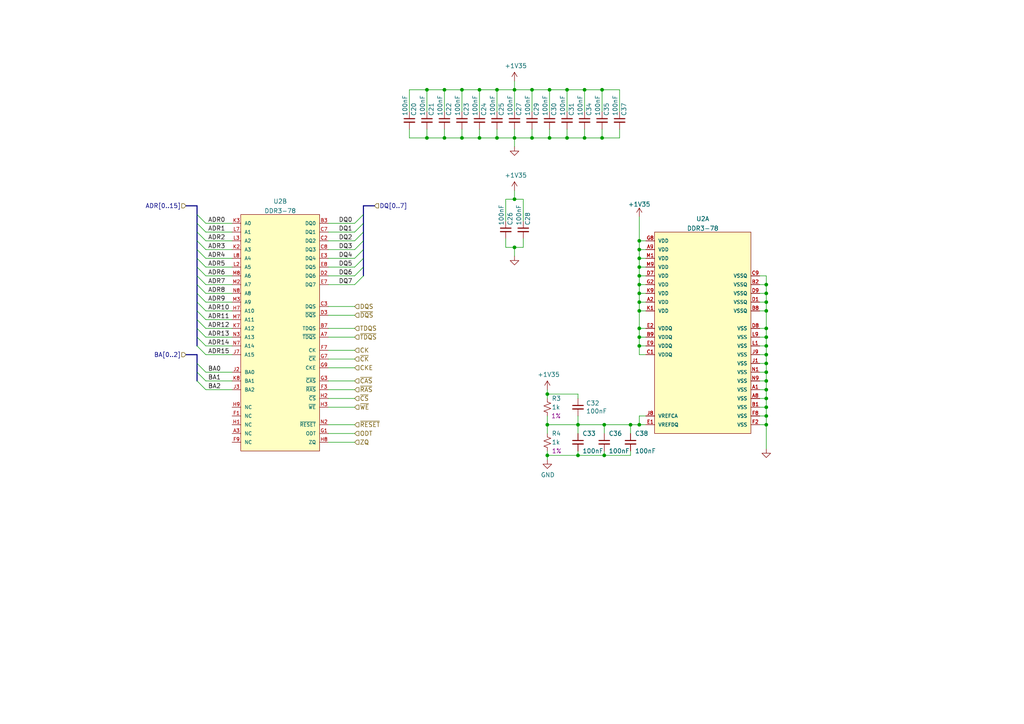
<source format=kicad_sch>
(kicad_sch (version 20211123) (generator eeschema)
  (paper "A4")
  (lib_symbols
    (symbol "DDR3-78_1" (pin_names (offset 1.016))
      (property "Reference" "U" (at 1.27 1.27 0))
      (property "Value" "DDR3-78_1" (at 1.27 3.81 0))
      (symbol "DDR3-78_1_1_1"
        (rectangle (start 0 0) (end 27.94 -58.42) (fill (type background)))
        (pin power_in line (at 30.48 -45.72 180) (length 2.54) (name "VSS") (number "A1"))
        (pin power_in line (at -2.54 -20.32 0) (length 2.54) (name "VDD") (number "A2"))
        (pin power_in line (at 30.48 -48.26 180) (length 2.54) (name "VSS") (number "A8"))
        (pin power_in line (at -2.54 -5.08 0) (length 2.54) (name "VDD") (number "A9"))
        (pin power_in line (at 30.48 -50.8 180) (length 2.54) (name "VSS") (number "B1"))
        (pin power_in line (at 30.48 -15.24 180) (length 2.54) (name "VSSQ") (number "B2"))
        (pin power_in line (at 30.48 -22.86 180) (length 2.54) (name "VSSQ") (number "B8"))
        (pin power_in line (at -2.54 -30.48 0) (length 2.54) (name "VDDQ") (number "B9"))
        (pin power_in line (at -2.54 -35.56 0) (length 2.54) (name "VDDQ") (number "C1"))
        (pin power_in line (at 30.48 -12.7 180) (length 2.54) (name "VSSQ") (number "C9"))
        (pin power_in line (at 30.48 -20.32 180) (length 2.54) (name "VSSQ") (number "D1"))
        (pin power_in line (at -2.54 -12.7 0) (length 2.54) (name "VDD") (number "D7"))
        (pin power_in line (at 30.48 -27.94 180) (length 2.54) (name "VSS") (number "D8"))
        (pin power_in line (at 30.48 -17.78 180) (length 2.54) (name "VSSQ") (number "D9"))
        (pin power_in line (at -2.54 -55.88 0) (length 2.54) (name "VREFDQ") (number "E1"))
        (pin power_in line (at -2.54 -27.94 0) (length 2.54) (name "VDDQ") (number "E2"))
        (pin power_in line (at -2.54 -33.02 0) (length 2.54) (name "VDDQ") (number "E9"))
        (pin power_in line (at 30.48 -55.88 180) (length 2.54) (name "VSS") (number "F2"))
        (pin power_in line (at 30.48 -53.34 180) (length 2.54) (name "VSS") (number "F8"))
        (pin power_in line (at -2.54 -15.24 0) (length 2.54) (name "VDD") (number "G2"))
        (pin power_in line (at -2.54 -2.54 0) (length 2.54) (name "VDD") (number "G8"))
        (pin power_in line (at 30.48 -38.1 180) (length 2.54) (name "VSS") (number "J1"))
        (pin power_in line (at -2.54 -53.34 0) (length 2.54) (name "VREFCA") (number "J8"))
        (pin power_in line (at 30.48 -35.56 180) (length 2.54) (name "VSS") (number "J9"))
        (pin power_in line (at -2.54 -22.86 0) (length 2.54) (name "VDD") (number "K1"))
        (pin power_in line (at -2.54 -17.78 0) (length 2.54) (name "VDD") (number "K9"))
        (pin power_in line (at 30.48 -33.02 180) (length 2.54) (name "VSS") (number "L1"))
        (pin power_in line (at 30.48 -30.48 180) (length 2.54) (name "VSS") (number "L9"))
        (pin power_in line (at -2.54 -7.62 0) (length 2.54) (name "VDD") (number "M1"))
        (pin power_in line (at -2.54 -10.16 0) (length 2.54) (name "VDD") (number "M9"))
        (pin power_in line (at 30.48 -40.64 180) (length 2.54) (name "VSS") (number "N1"))
        (pin power_in line (at 30.48 -43.18 180) (length 2.54) (name "VSS") (number "N9"))
      )
      (symbol "DDR3-78_1_2_1"
        (rectangle (start 0 0) (end 22.86 -68.58) (fill (type background)))
        (pin bidirectional line (at -2.54 -63.5 0) (length 2.54) (name "NC") (number "A3"))
        (pin bidirectional line (at 25.4 -35.56 180) (length 2.54) (name "~{TDQS}") (number "A7"))
        (pin bidirectional line (at 25.4 -2.54 180) (length 2.54) (name "DQ0") (number "B3"))
        (pin bidirectional line (at 25.4 -33.02 180) (length 2.54) (name "TDQS") (number "B7"))
        (pin bidirectional line (at 25.4 -7.62 180) (length 2.54) (name "DQ2") (number "C2"))
        (pin bidirectional line (at 25.4 -26.67 180) (length 2.54) (name "DQS") (number "C3"))
        (pin bidirectional line (at 25.4 -5.08 180) (length 2.54) (name "DQ1") (number "C7"))
        (pin bidirectional line (at 25.4 -10.16 180) (length 2.54) (name "DQ3") (number "C8"))
        (pin bidirectional line (at 25.4 -17.78 180) (length 2.54) (name "DQ6") (number "D2"))
        (pin bidirectional line (at 25.4 -29.21 180) (length 2.54) (name "~{DQS}") (number "D3"))
        (pin bidirectional line (at 25.4 -12.7 180) (length 2.54) (name "DQ4") (number "E3"))
        (pin bidirectional line (at 25.4 -20.32 180) (length 2.54) (name "DQ7") (number "E7"))
        (pin bidirectional line (at 25.4 -15.24 180) (length 2.54) (name "DQ5") (number "E8"))
        (pin power_in line (at -2.54 -58.42 0) (length 2.54) (name "NC") (number "F1"))
        (pin input line (at 25.4 -50.8 180) (length 2.54) (name "~{RAS}") (number "F3"))
        (pin input line (at 25.4 -39.37 180) (length 2.54) (name "CK") (number "F7"))
        (pin power_in line (at -2.54 -66.04 0) (length 2.54) (name "NC") (number "F9"))
        (pin input line (at 25.4 -63.5 180) (length 2.54) (name "ODT") (number "G1"))
        (pin input line (at 25.4 -48.26 180) (length 2.54) (name "~{CAS}") (number "G3"))
        (pin input line (at 25.4 -41.91 180) (length 2.54) (name "~{CK}") (number "G7"))
        (pin input line (at 25.4 -44.45 180) (length 2.54) (name "CKE") (number "G9"))
        (pin power_in line (at -2.54 -60.96 0) (length 2.54) (name "NC") (number "H1"))
        (pin input line (at 25.4 -53.34 180) (length 2.54) (name "~{CS}") (number "H2"))
        (pin input line (at 25.4 -55.88 180) (length 2.54) (name "~{WE}") (number "H3"))
        (pin input line (at -2.54 -27.94 0) (length 2.54) (name "A10") (number "H7"))
        (pin input line (at 25.4 -66.04 180) (length 2.54) (name "ZQ") (number "H8"))
        (pin power_in line (at -2.54 -55.88 0) (length 2.54) (name "NC") (number "H9"))
        (pin input line (at -2.54 -45.72 0) (length 2.54) (name "BA0") (number "J2"))
        (pin input line (at -2.54 -50.8 0) (length 2.54) (name "BA2") (number "J3"))
        (pin input line (at -2.54 -40.64 0) (length 2.54) (name "A15") (number "J7"))
        (pin input line (at -2.54 -10.16 0) (length 2.54) (name "A3") (number "K2"))
        (pin input line (at -2.54 -2.54 0) (length 2.54) (name "A0") (number "K3"))
        (pin input line (at -2.54 -33.02 0) (length 2.54) (name "A12") (number "K7"))
        (pin input line (at -2.54 -48.26 0) (length 2.54) (name "BA1") (number "K8"))
        (pin input line (at -2.54 -15.24 0) (length 2.54) (name "A5") (number "L2"))
        (pin input line (at -2.54 -7.62 0) (length 2.54) (name "A2") (number "L3"))
        (pin input line (at -2.54 -5.08 0) (length 2.54) (name "A1") (number "L7"))
        (pin input line (at -2.54 -12.7 0) (length 2.54) (name "A4") (number "L8"))
        (pin input line (at -2.54 -20.32 0) (length 2.54) (name "A7") (number "M2"))
        (pin input line (at -2.54 -25.4 0) (length 2.54) (name "A9") (number "M3"))
        (pin input line (at -2.54 -30.48 0) (length 2.54) (name "A11") (number "M7"))
        (pin input line (at -2.54 -17.78 0) (length 2.54) (name "A6") (number "M8"))
        (pin input line (at 25.4 -60.96 180) (length 2.54) (name "~{RESET}") (number "N2"))
        (pin input line (at -2.54 -35.56 0) (length 2.54) (name "A13") (number "N3"))
        (pin input line (at -2.54 -38.1 0) (length 2.54) (name "A14") (number "N7"))
        (pin input line (at -2.54 -22.86 0) (length 2.54) (name "A8") (number "N8"))
      )
    )
    (symbol "Device:C_Small" (pin_numbers hide) (pin_names (offset 0.254) hide)
      (property "Reference" "C" (at 0.254 1.778 0))
      (property "Value" "C_Small" (at 0.254 -2.032 0))
      (symbol "C_Small_0_1"
        (polyline (pts (xy -1.524 -0.508) (xy 1.524 -0.508)) (stroke (width 0.3302)))
        (polyline (pts (xy -1.524 0.508) (xy 1.524 0.508)) (stroke (width 0.3048)))
      )
      (symbol "C_Small_1_1"
        (pin passive line (at 0 2.54 270) (length 2.032) (name "~") (number "1"))
        (pin passive line (at 0 -2.54 90) (length 2.032) (name "~") (number "2"))
      )
    )
    (symbol "Device:R_Small_US" (pin_numbers hide) (pin_names (offset 0.254) hide)
      (property "Reference" "R" (at 0.762 0.508 0))
      (property "Value" "R_Small_US" (at 0.762 -1.016 0))
      (symbol "R_Small_US_1_1"
        (polyline (pts (xy 0 0) (xy 1.016 -0.381) (xy 0 -0.762) (xy -1.016 -1.143) (xy 0 -1.524)))
        (polyline (pts (xy 0 1.524) (xy 1.016 1.143) (xy 0 0.762) (xy -1.016 0.381) (xy 0 0)))
        (pin passive line (at 0 2.54 270) (length 1.016) (name "~") (number "1"))
        (pin passive line (at 0 -2.54 90) (length 1.016) (name "~") (number "2"))
      )
    )
    (symbol "ddr3:DDR3-78" (pin_names (offset 1.016))
      (property "Reference" "U" (at 1.27 1.27 0))
      (property "Value" "DDR3-78" (at 1.27 3.81 0))
      (symbol "DDR3-78_1_1"
        (rectangle (start 0 0) (end 27.94 -58.42) (fill (type background)))
        (pin power_in line (at 30.48 -45.72 180) (length 2.54) (name "VSS") (number "A1"))
        (pin power_in line (at -2.54 -20.32 0) (length 2.54) (name "VDD") (number "A2"))
        (pin power_in line (at 30.48 -48.26 180) (length 2.54) (name "VSS") (number "A8"))
        (pin power_in line (at -2.54 -5.08 0) (length 2.54) (name "VDD") (number "A9"))
        (pin power_in line (at 30.48 -50.8 180) (length 2.54) (name "VSS") (number "B1"))
        (pin power_in line (at 30.48 -15.24 180) (length 2.54) (name "VSSQ") (number "B2"))
        (pin power_in line (at 30.48 -22.86 180) (length 2.54) (name "VSSQ") (number "B8"))
        (pin power_in line (at -2.54 -30.48 0) (length 2.54) (name "VDDQ") (number "B9"))
        (pin power_in line (at -2.54 -35.56 0) (length 2.54) (name "VDDQ") (number "C1"))
        (pin power_in line (at 30.48 -12.7 180) (length 2.54) (name "VSSQ") (number "C9"))
        (pin power_in line (at 30.48 -20.32 180) (length 2.54) (name "VSSQ") (number "D1"))
        (pin power_in line (at -2.54 -12.7 0) (length 2.54) (name "VDD") (number "D7"))
        (pin power_in line (at 30.48 -27.94 180) (length 2.54) (name "VSS") (number "D8"))
        (pin power_in line (at 30.48 -17.78 180) (length 2.54) (name "VSSQ") (number "D9"))
        (pin power_in line (at -2.54 -55.88 0) (length 2.54) (name "VREFDQ") (number "E1"))
        (pin power_in line (at -2.54 -27.94 0) (length 2.54) (name "VDDQ") (number "E2"))
        (pin power_in line (at -2.54 -33.02 0) (length 2.54) (name "VDDQ") (number "E9"))
        (pin power_in line (at 30.48 -55.88 180) (length 2.54) (name "VSS") (number "F2"))
        (pin power_in line (at 30.48 -53.34 180) (length 2.54) (name "VSS") (number "F8"))
        (pin power_in line (at -2.54 -15.24 0) (length 2.54) (name "VDD") (number "G2"))
        (pin power_in line (at -2.54 -2.54 0) (length 2.54) (name "VDD") (number "G8"))
        (pin power_in line (at 30.48 -38.1 180) (length 2.54) (name "VSS") (number "J1"))
        (pin power_in line (at -2.54 -53.34 0) (length 2.54) (name "VREFCA") (number "J8"))
        (pin power_in line (at 30.48 -35.56 180) (length 2.54) (name "VSS") (number "J9"))
        (pin power_in line (at -2.54 -22.86 0) (length 2.54) (name "VDD") (number "K1"))
        (pin power_in line (at -2.54 -17.78 0) (length 2.54) (name "VDD") (number "K9"))
        (pin power_in line (at 30.48 -33.02 180) (length 2.54) (name "VSS") (number "L1"))
        (pin power_in line (at 30.48 -30.48 180) (length 2.54) (name "VSS") (number "L9"))
        (pin power_in line (at -2.54 -7.62 0) (length 2.54) (name "VDD") (number "M1"))
        (pin power_in line (at -2.54 -10.16 0) (length 2.54) (name "VDD") (number "M9"))
        (pin power_in line (at 30.48 -40.64 180) (length 2.54) (name "VSS") (number "N1"))
        (pin power_in line (at 30.48 -43.18 180) (length 2.54) (name "VSS") (number "N9"))
      )
      (symbol "DDR3-78_2_1"
        (rectangle (start 0 0) (end 22.86 -68.58) (fill (type background)))
        (pin bidirectional line (at -2.54 -63.5 0) (length 2.54) (name "NC") (number "A3"))
        (pin bidirectional line (at 25.4 -35.56 180) (length 2.54) (name "~{TDQS}") (number "A7"))
        (pin bidirectional line (at 25.4 -2.54 180) (length 2.54) (name "DQ0") (number "B3"))
        (pin bidirectional line (at 25.4 -33.02 180) (length 2.54) (name "TDQS") (number "B7"))
        (pin bidirectional line (at 25.4 -7.62 180) (length 2.54) (name "DQ2") (number "C2"))
        (pin bidirectional line (at 25.4 -26.67 180) (length 2.54) (name "DQS") (number "C3"))
        (pin bidirectional line (at 25.4 -5.08 180) (length 2.54) (name "DQ1") (number "C7"))
        (pin bidirectional line (at 25.4 -10.16 180) (length 2.54) (name "DQ3") (number "C8"))
        (pin bidirectional line (at 25.4 -17.78 180) (length 2.54) (name "DQ6") (number "D2"))
        (pin bidirectional line (at 25.4 -29.21 180) (length 2.54) (name "~{DQS}") (number "D3"))
        (pin bidirectional line (at 25.4 -12.7 180) (length 2.54) (name "DQ4") (number "E3"))
        (pin bidirectional line (at 25.4 -20.32 180) (length 2.54) (name "DQ7") (number "E7"))
        (pin bidirectional line (at 25.4 -15.24 180) (length 2.54) (name "DQ5") (number "E8"))
        (pin power_in line (at -2.54 -58.42 0) (length 2.54) (name "NC") (number "F1"))
        (pin input line (at 25.4 -50.8 180) (length 2.54) (name "~{RAS}") (number "F3"))
        (pin input line (at 25.4 -39.37 180) (length 2.54) (name "CK") (number "F7"))
        (pin power_in line (at -2.54 -66.04 0) (length 2.54) (name "NC") (number "F9"))
        (pin input line (at 25.4 -63.5 180) (length 2.54) (name "ODT") (number "G1"))
        (pin input line (at 25.4 -48.26 180) (length 2.54) (name "~{CAS}") (number "G3"))
        (pin input line (at 25.4 -41.91 180) (length 2.54) (name "~{CK}") (number "G7"))
        (pin input line (at 25.4 -44.45 180) (length 2.54) (name "CKE") (number "G9"))
        (pin power_in line (at -2.54 -60.96 0) (length 2.54) (name "NC") (number "H1"))
        (pin input line (at 25.4 -53.34 180) (length 2.54) (name "~{CS}") (number "H2"))
        (pin input line (at 25.4 -55.88 180) (length 2.54) (name "~{WE}") (number "H3"))
        (pin input line (at -2.54 -27.94 0) (length 2.54) (name "A10") (number "H7"))
        (pin input line (at 25.4 -66.04 180) (length 2.54) (name "ZQ") (number "H8"))
        (pin power_in line (at -2.54 -55.88 0) (length 2.54) (name "NC") (number "H9"))
        (pin input line (at -2.54 -45.72 0) (length 2.54) (name "BA0") (number "J2"))
        (pin input line (at -2.54 -50.8 0) (length 2.54) (name "BA2") (number "J3"))
        (pin input line (at -2.54 -40.64 0) (length 2.54) (name "A15") (number "J7"))
        (pin input line (at -2.54 -10.16 0) (length 2.54) (name "A3") (number "K2"))
        (pin input line (at -2.54 -2.54 0) (length 2.54) (name "A0") (number "K3"))
        (pin input line (at -2.54 -33.02 0) (length 2.54) (name "A12") (number "K7"))
        (pin input line (at -2.54 -48.26 0) (length 2.54) (name "BA1") (number "K8"))
        (pin input line (at -2.54 -15.24 0) (length 2.54) (name "A5") (number "L2"))
        (pin input line (at -2.54 -7.62 0) (length 2.54) (name "A2") (number "L3"))
        (pin input line (at -2.54 -5.08 0) (length 2.54) (name "A1") (number "L7"))
        (pin input line (at -2.54 -12.7 0) (length 2.54) (name "A4") (number "L8"))
        (pin input line (at -2.54 -20.32 0) (length 2.54) (name "A7") (number "M2"))
        (pin input line (at -2.54 -25.4 0) (length 2.54) (name "A9") (number "M3"))
        (pin input line (at -2.54 -30.48 0) (length 2.54) (name "A11") (number "M7"))
        (pin input line (at -2.54 -17.78 0) (length 2.54) (name "A6") (number "M8"))
        (pin input line (at 25.4 -60.96 180) (length 2.54) (name "~{RESET}") (number "N2"))
        (pin input line (at -2.54 -35.56 0) (length 2.54) (name "A13") (number "N3"))
        (pin input line (at -2.54 -38.1 0) (length 2.54) (name "A14") (number "N7"))
        (pin input line (at -2.54 -22.86 0) (length 2.54) (name "A8") (number "N8"))
      )
    )
    (symbol "power:+1V35" (power) (pin_names (offset 0))
      (property "Value" "+1V35" (at 0 3.556 0))
      (symbol "+1V35_0_1"
        (polyline (pts (xy -0.762 1.27) (xy 0 2.54)))
        (polyline (pts (xy 0 0) (xy 0 2.54)))
        (polyline (pts (xy 0 2.54) (xy 0.762 1.27)))
      )
      (symbol "+1V35_1_1"
        (pin power_in line (at 0 0 90) (length 0) hide (name "+1V35") (number "1"))
      )
    )
    (symbol "power:GND" (power) (pin_names (offset 0))
      (property "Value" "GND" (at 0 -3.81 0))
      (symbol "GND_0_1"
        (polyline (pts (xy 0 0) (xy 0 -1.27) (xy 1.27 -1.27) (xy 0 -2.54) (xy -1.27 -1.27) (xy 0 -1.27)))
      )
      (symbol "GND_1_1"
        (pin power_in line (at 0 0 270) (length 0) hide (name "GND") (number "1"))
      )
    )
  )
  (junction (at 149.225 40.005))
  (junction (at 133.985 26.035))
  (junction (at 123.825 26.035))
  (junction (at 149.225 71.755))
  (junction (at 222.25 123.19))
  (junction (at 185.42 80.01))
  (junction (at 182.88 123.19))
  (junction (at 222.25 113.03))
  (junction (at 185.42 90.17))
  (junction (at 222.25 107.95))
  (junction (at 175.26 123.19))
  (junction (at 222.25 90.17))
  (junction (at 167.64 123.19))
  (junction (at 185.42 87.63))
  (junction (at 222.25 97.79))
  (junction (at 139.065 40.005))
  (junction (at 154.305 26.035))
  (junction (at 158.75 123.19))
  (junction (at 175.26 132.08))
  (junction (at 174.625 26.035))
  (junction (at 158.75 114.3))
  (junction (at 222.25 118.11))
  (junction (at 185.42 74.93))
  (junction (at 169.545 40.005))
  (junction (at 128.905 26.035))
  (junction (at 222.25 87.63))
  (junction (at 222.25 120.65))
  (junction (at 133.985 40.005))
  (junction (at 164.465 26.035))
  (junction (at 185.42 85.09))
  (junction (at 159.385 26.035))
  (junction (at 222.25 85.09))
  (junction (at 185.42 97.79))
  (junction (at 164.465 40.005))
  (junction (at 149.225 57.785))
  (junction (at 123.825 40.005))
  (junction (at 222.25 105.41))
  (junction (at 222.25 100.33))
  (junction (at 185.42 123.19))
  (junction (at 158.75 132.08))
  (junction (at 159.385 40.005))
  (junction (at 222.25 102.87))
  (junction (at 222.25 82.55))
  (junction (at 144.145 40.005))
  (junction (at 185.42 69.85))
  (junction (at 139.065 26.035))
  (junction (at 167.64 132.08))
  (junction (at 185.42 72.39))
  (junction (at 185.42 82.55))
  (junction (at 185.42 95.25))
  (junction (at 154.305 40.005))
  (junction (at 222.25 95.25))
  (junction (at 174.625 40.005))
  (junction (at 169.545 26.035))
  (junction (at 128.905 40.005))
  (junction (at 144.145 26.035))
  (junction (at 185.42 100.33))
  (junction (at 185.42 77.47))
  (junction (at 149.225 26.035))
  (junction (at 222.25 110.49))
  (junction (at 222.25 115.57))
  (bus_entry (at 105.41 74.93) (size -2.54 2.54))
  (bus_entry (at 105.41 80.01) (size -2.54 2.54))
  (bus_entry (at 57.15 97.79) (size 2.54 2.54))
  (bus_entry (at 57.15 92.71) (size 2.54 2.54))
  (bus_entry (at 57.15 107.95) (size 2.54 2.54))
  (bus_entry (at 57.15 90.17) (size 2.54 2.54))
  (bus_entry (at 105.41 77.47) (size -2.54 2.54))
  (bus_entry (at 57.15 87.63) (size 2.54 2.54))
  (bus_entry (at 57.15 85.09) (size 2.54 2.54))
  (bus_entry (at 57.15 100.33) (size 2.54 2.54))
  (bus_entry (at 57.15 105.41) (size 2.54 2.54))
  (bus_entry (at 105.41 69.85) (size -2.54 2.54))
  (bus_entry (at 57.15 95.25) (size 2.54 2.54))
  (bus_entry (at 57.15 64.77) (size 2.54 2.54))
  (bus_entry (at 57.15 77.47) (size 2.54 2.54))
  (bus_entry (at 57.15 69.85) (size 2.54 2.54))
  (bus_entry (at 57.15 82.55) (size 2.54 2.54))
  (bus_entry (at 57.15 67.31) (size 2.54 2.54))
  (bus_entry (at 105.41 64.77) (size -2.54 2.54))
  (bus_entry (at 105.41 62.23) (size -2.54 2.54))
  (bus_entry (at 105.41 67.31) (size -2.54 2.54))
  (bus_entry (at 57.15 74.93) (size 2.54 2.54))
  (bus_entry (at 57.15 110.49) (size 2.54 2.54))
  (bus_entry (at 105.41 72.39) (size -2.54 2.54))
  (bus_entry (at 57.15 80.01) (size 2.54 2.54))
  (bus_entry (at 57.15 72.39) (size 2.54 2.54))
  (bus_entry (at 57.15 62.23) (size 2.54 2.54))
  (wire (pts (xy 118.745 26.035) (xy 123.825 26.035)))
  (wire (pts (xy 159.385 40.005) (xy 154.305 40.005)))
  (wire (pts (xy 123.825 26.035) (xy 128.905 26.035)))
  (wire (pts (xy 95.25 101.6) (xy 102.87 101.6)))
  (wire (pts (xy 164.465 37.465) (xy 164.465 40.005)))
  (wire (pts (xy 139.065 40.005) (xy 144.145 40.005)))
  (wire (pts (xy 185.42 120.65) (xy 187.325 120.65)))
  (wire (pts (xy 59.69 72.39) (xy 67.31 72.39)))
  (wire (pts (xy 95.25 88.9) (xy 102.87 88.9)))
  (wire (pts (xy 185.42 74.93) (xy 185.42 77.47)))
  (wire (pts (xy 59.69 90.17) (xy 67.31 90.17)))
  (wire (pts (xy 95.25 110.49) (xy 102.87 110.49)))
  (wire (pts (xy 175.26 130.81) (xy 175.26 132.08)))
  (wire (pts (xy 149.225 26.035) (xy 149.225 32.385)))
  (wire (pts (xy 59.69 87.63) (xy 67.31 87.63)))
  (wire (pts (xy 95.25 104.14) (xy 102.87 104.14)))
  (bus (pts (xy 57.15 80.01) (xy 57.15 82.55)))
  (wire (pts (xy 222.25 90.17) (xy 220.345 90.17)))
  (wire (pts (xy 222.25 105.41) (xy 220.345 105.41)))
  (wire (pts (xy 59.69 69.85) (xy 67.31 69.85)))
  (wire (pts (xy 151.765 64.135) (xy 151.765 57.785)))
  (wire (pts (xy 222.25 123.19) (xy 220.345 123.19)))
  (bus (pts (xy 57.15 82.55) (xy 57.15 85.09)))
  (wire (pts (xy 95.25 106.68) (xy 102.87 106.68)))
  (wire (pts (xy 185.42 77.47) (xy 185.42 80.01)))
  (wire (pts (xy 222.25 100.33) (xy 220.345 100.33)))
  (bus (pts (xy 105.41 62.23) (xy 105.41 64.77)))
  (wire (pts (xy 158.75 114.3) (xy 158.75 113.03)))
  (wire (pts (xy 118.745 37.465) (xy 118.745 40.005)))
  (wire (pts (xy 222.25 107.95) (xy 220.345 107.95)))
  (wire (pts (xy 167.64 123.19) (xy 158.75 123.19)))
  (wire (pts (xy 102.87 77.47) (xy 95.25 77.47)))
  (wire (pts (xy 149.225 57.785) (xy 151.765 57.785)))
  (wire (pts (xy 222.25 120.65) (xy 220.345 120.65)))
  (wire (pts (xy 222.25 80.01) (xy 222.25 82.55)))
  (wire (pts (xy 149.225 57.785) (xy 149.225 55.245)))
  (wire (pts (xy 222.25 115.57) (xy 220.345 115.57)))
  (bus (pts (xy 57.15 77.47) (xy 57.15 80.01)))
  (wire (pts (xy 185.42 90.17) (xy 187.325 90.17)))
  (wire (pts (xy 222.25 82.55) (xy 222.25 85.09)))
  (wire (pts (xy 95.25 91.44) (xy 102.87 91.44)))
  (wire (pts (xy 185.42 74.93) (xy 187.325 74.93)))
  (bus (pts (xy 57.15 62.23) (xy 57.15 64.77)))
  (wire (pts (xy 159.385 26.035) (xy 164.465 26.035)))
  (wire (pts (xy 158.75 130.81) (xy 158.75 132.08)))
  (wire (pts (xy 222.25 113.03) (xy 222.25 110.49)))
  (bus (pts (xy 57.15 85.09) (xy 57.15 87.63)))
  (wire (pts (xy 182.88 123.19) (xy 185.42 123.19)))
  (wire (pts (xy 185.42 102.87) (xy 187.325 102.87)))
  (wire (pts (xy 102.87 69.85) (xy 95.25 69.85)))
  (bus (pts (xy 57.15 97.79) (xy 57.15 100.33)))
  (bus (pts (xy 57.15 102.87) (xy 57.15 105.41)))
  (wire (pts (xy 59.69 107.95) (xy 67.31 107.95)))
  (wire (pts (xy 174.625 32.385) (xy 174.625 26.035)))
  (wire (pts (xy 95.25 97.79) (xy 102.87 97.79)))
  (wire (pts (xy 59.69 100.33) (xy 67.31 100.33)))
  (wire (pts (xy 185.42 72.39) (xy 185.42 74.93)))
  (wire (pts (xy 185.42 97.79) (xy 187.325 97.79)))
  (wire (pts (xy 59.69 67.31) (xy 67.31 67.31)))
  (wire (pts (xy 174.625 37.465) (xy 174.625 40.005)))
  (wire (pts (xy 185.42 69.85) (xy 187.325 69.85)))
  (wire (pts (xy 164.465 32.385) (xy 164.465 26.035)))
  (wire (pts (xy 185.42 100.33) (xy 185.42 102.87)))
  (wire (pts (xy 167.64 130.81) (xy 167.64 132.08)))
  (wire (pts (xy 222.25 102.87) (xy 220.345 102.87)))
  (wire (pts (xy 185.42 95.25) (xy 185.42 97.79)))
  (wire (pts (xy 185.42 80.01) (xy 185.42 82.55)))
  (wire (pts (xy 154.305 40.005) (xy 149.225 40.005)))
  (wire (pts (xy 159.385 32.385) (xy 159.385 26.035)))
  (wire (pts (xy 128.905 32.385) (xy 128.905 26.035)))
  (wire (pts (xy 222.25 97.79) (xy 220.345 97.79)))
  (wire (pts (xy 59.69 64.77) (xy 67.31 64.77)))
  (wire (pts (xy 169.545 40.005) (xy 164.465 40.005)))
  (bus (pts (xy 57.15 95.25) (xy 57.15 97.79)))
  (wire (pts (xy 222.25 118.11) (xy 220.345 118.11)))
  (wire (pts (xy 95.25 115.57) (xy 102.87 115.57)))
  (wire (pts (xy 185.42 85.09) (xy 185.42 87.63)))
  (wire (pts (xy 185.42 69.85) (xy 185.42 72.39)))
  (wire (pts (xy 185.42 123.19) (xy 187.325 123.19)))
  (wire (pts (xy 174.625 40.005) (xy 169.545 40.005)))
  (wire (pts (xy 185.42 85.09) (xy 187.325 85.09)))
  (wire (pts (xy 182.88 125.73) (xy 182.88 123.19)))
  (wire (pts (xy 185.42 82.55) (xy 187.325 82.55)))
  (wire (pts (xy 185.42 82.55) (xy 185.42 85.09)))
  (wire (pts (xy 222.25 123.19) (xy 222.25 120.65)))
  (bus (pts (xy 57.15 67.31) (xy 57.15 69.85)))
  (wire (pts (xy 95.25 123.19) (xy 102.87 123.19)))
  (wire (pts (xy 59.69 92.71) (xy 67.31 92.71)))
  (wire (pts (xy 154.305 37.465) (xy 154.305 40.005)))
  (wire (pts (xy 149.225 26.035) (xy 149.225 23.495)))
  (wire (pts (xy 175.26 132.08) (xy 167.64 132.08)))
  (wire (pts (xy 174.625 26.035) (xy 179.705 26.035)))
  (wire (pts (xy 179.705 40.005) (xy 174.625 40.005)))
  (wire (pts (xy 133.985 26.035) (xy 139.065 26.035)))
  (bus (pts (xy 105.41 77.47) (xy 105.41 80.01)))
  (wire (pts (xy 169.545 37.465) (xy 169.545 40.005)))
  (bus (pts (xy 57.15 92.71) (xy 57.15 95.25)))
  (wire (pts (xy 59.69 74.93) (xy 67.31 74.93)))
  (bus (pts (xy 105.41 72.39) (xy 105.41 74.93)))
  (wire (pts (xy 220.345 80.01) (xy 222.25 80.01)))
  (wire (pts (xy 154.305 26.035) (xy 159.385 26.035)))
  (bus (pts (xy 57.15 90.17) (xy 57.15 92.71)))
  (wire (pts (xy 59.69 80.01) (xy 67.31 80.01)))
  (wire (pts (xy 222.25 90.17) (xy 222.25 95.25)))
  (wire (pts (xy 169.545 26.035) (xy 174.625 26.035)))
  (wire (pts (xy 220.345 87.63) (xy 222.25 87.63)))
  (wire (pts (xy 118.745 40.005) (xy 123.825 40.005)))
  (wire (pts (xy 222.25 97.79) (xy 222.25 95.25)))
  (wire (pts (xy 164.465 40.005) (xy 159.385 40.005)))
  (wire (pts (xy 102.87 72.39) (xy 95.25 72.39)))
  (wire (pts (xy 222.25 105.41) (xy 222.25 102.87)))
  (wire (pts (xy 185.42 87.63) (xy 185.42 90.17)))
  (bus (pts (xy 57.15 87.63) (xy 57.15 90.17)))
  (wire (pts (xy 222.25 115.57) (xy 222.25 113.03)))
  (bus (pts (xy 57.15 69.85) (xy 57.15 72.39)))
  (wire (pts (xy 158.75 115.57) (xy 158.75 114.3)))
  (wire (pts (xy 102.87 80.01) (xy 95.25 80.01)))
  (bus (pts (xy 57.15 64.77) (xy 57.15 67.31)))
  (wire (pts (xy 149.225 42.545) (xy 149.225 40.005)))
  (wire (pts (xy 59.69 110.49) (xy 67.31 110.49)))
  (wire (pts (xy 185.42 87.63) (xy 187.325 87.63)))
  (wire (pts (xy 118.745 32.385) (xy 118.745 26.035)))
  (wire (pts (xy 139.065 32.385) (xy 139.065 26.035)))
  (wire (pts (xy 59.69 113.03) (xy 67.31 113.03)))
  (wire (pts (xy 158.75 123.19) (xy 158.75 120.65)))
  (wire (pts (xy 102.87 82.55) (xy 95.25 82.55)))
  (bus (pts (xy 105.41 74.93) (xy 105.41 77.47)))
  (wire (pts (xy 182.88 132.08) (xy 175.26 132.08)))
  (bus (pts (xy 57.15 72.39) (xy 57.15 74.93)))
  (wire (pts (xy 146.685 64.135) (xy 146.685 57.785)))
  (wire (pts (xy 185.42 95.25) (xy 187.325 95.25)))
  (wire (pts (xy 154.305 32.385) (xy 154.305 26.035)))
  (wire (pts (xy 149.225 40.005) (xy 149.225 37.465)))
  (bus (pts (xy 108.585 59.69) (xy 105.41 59.69)))
  (wire (pts (xy 144.145 26.035) (xy 149.225 26.035)))
  (wire (pts (xy 59.69 77.47) (xy 67.31 77.47)))
  (wire (pts (xy 146.685 69.215) (xy 146.685 71.755)))
  (wire (pts (xy 222.25 90.17) (xy 222.25 87.63)))
  (wire (pts (xy 102.87 74.93) (xy 95.25 74.93)))
  (wire (pts (xy 179.705 40.005) (xy 179.705 37.465)))
  (wire (pts (xy 144.145 40.005) (xy 149.225 40.005)))
  (wire (pts (xy 159.385 37.465) (xy 159.385 40.005)))
  (wire (pts (xy 128.905 26.035) (xy 133.985 26.035)))
  (wire (pts (xy 128.905 40.005) (xy 133.985 40.005)))
  (wire (pts (xy 167.64 123.19) (xy 167.64 125.73)))
  (wire (pts (xy 149.225 71.755) (xy 151.765 71.755)))
  (wire (pts (xy 123.825 32.385) (xy 123.825 26.035)))
  (wire (pts (xy 146.685 71.755) (xy 149.225 71.755)))
  (wire (pts (xy 222.25 130.175) (xy 222.25 123.19)))
  (wire (pts (xy 164.465 26.035) (xy 169.545 26.035)))
  (wire (pts (xy 133.985 37.465) (xy 133.985 40.005)))
  (wire (pts (xy 167.64 132.08) (xy 158.75 132.08)))
  (wire (pts (xy 123.825 40.005) (xy 128.905 40.005)))
  (wire (pts (xy 222.25 95.25) (xy 220.345 95.25)))
  (bus (pts (xy 105.41 64.77) (xy 105.41 67.31)))
  (wire (pts (xy 95.25 118.11) (xy 102.87 118.11)))
  (wire (pts (xy 102.87 67.31) (xy 95.25 67.31)))
  (wire (pts (xy 185.42 100.33) (xy 187.325 100.33)))
  (wire (pts (xy 169.545 32.385) (xy 169.545 26.035)))
  (wire (pts (xy 220.345 85.09) (xy 222.25 85.09)))
  (wire (pts (xy 151.765 69.215) (xy 151.765 71.755)))
  (wire (pts (xy 128.905 37.465) (xy 128.905 40.005)))
  (wire (pts (xy 167.64 115.57) (xy 167.64 114.3)))
  (wire (pts (xy 222.25 85.09) (xy 222.25 87.63)))
  (wire (pts (xy 59.69 97.79) (xy 67.31 97.79)))
  (wire (pts (xy 222.25 113.03) (xy 220.345 113.03)))
  (wire (pts (xy 59.69 85.09) (xy 67.31 85.09)))
  (wire (pts (xy 144.145 32.385) (xy 144.145 26.035)))
  (wire (pts (xy 222.25 102.87) (xy 222.25 100.33)))
  (wire (pts (xy 95.25 113.03) (xy 102.87 113.03)))
  (bus (pts (xy 57.15 107.95) (xy 57.15 110.49)))
  (wire (pts (xy 222.25 120.65) (xy 222.25 118.11)))
  (wire (pts (xy 222.25 107.95) (xy 222.25 105.41)))
  (bus (pts (xy 53.975 102.87) (xy 57.15 102.87)))
  (wire (pts (xy 179.705 26.035) (xy 179.705 32.385)))
  (wire (pts (xy 149.225 26.035) (xy 154.305 26.035)))
  (wire (pts (xy 146.685 57.785) (xy 149.225 57.785)))
  (wire (pts (xy 175.26 123.19) (xy 182.88 123.19)))
  (bus (pts (xy 105.41 59.69) (xy 105.41 62.23)))
  (bus (pts (xy 53.975 59.69) (xy 57.15 59.69)))
  (wire (pts (xy 220.345 82.55) (xy 222.25 82.55)))
  (wire (pts (xy 59.69 82.55) (xy 67.31 82.55)))
  (wire (pts (xy 185.42 97.79) (xy 185.42 100.33)))
  (wire (pts (xy 95.25 125.73) (xy 102.87 125.73)))
  (wire (pts (xy 167.64 123.19) (xy 175.26 123.19)))
  (wire (pts (xy 167.64 114.3) (xy 158.75 114.3)))
  (wire (pts (xy 95.25 128.27) (xy 102.87 128.27)))
  (wire (pts (xy 185.42 120.65) (xy 185.42 123.19)))
  (bus (pts (xy 105.41 67.31) (xy 105.41 69.85)))
  (wire (pts (xy 222.25 110.49) (xy 220.345 110.49)))
  (wire (pts (xy 185.42 72.39) (xy 187.325 72.39)))
  (wire (pts (xy 167.64 120.65) (xy 167.64 123.19)))
  (wire (pts (xy 185.42 62.865) (xy 185.42 69.85)))
  (wire (pts (xy 222.25 100.33) (xy 222.25 97.79)))
  (wire (pts (xy 102.87 64.77) (xy 95.25 64.77)))
  (bus (pts (xy 57.15 105.41) (xy 57.15 107.95)))
  (wire (pts (xy 133.985 32.385) (xy 133.985 26.035)))
  (wire (pts (xy 123.825 37.465) (xy 123.825 40.005)))
  (wire (pts (xy 185.42 90.17) (xy 185.42 95.25)))
  (bus (pts (xy 57.15 59.69) (xy 57.15 62.23)))
  (wire (pts (xy 185.42 77.47) (xy 187.325 77.47)))
  (wire (pts (xy 59.69 102.87) (xy 67.31 102.87)))
  (wire (pts (xy 149.225 71.755) (xy 149.225 74.295)))
  (wire (pts (xy 175.26 123.19) (xy 175.26 125.73)))
  (wire (pts (xy 133.985 40.005) (xy 139.065 40.005)))
  (wire (pts (xy 182.88 130.81) (xy 182.88 132.08)))
  (bus (pts (xy 57.15 74.93) (xy 57.15 77.47)))
  (wire (pts (xy 144.145 37.465) (xy 144.145 40.005)))
  (wire (pts (xy 222.25 110.49) (xy 222.25 107.95)))
  (wire (pts (xy 139.065 37.465) (xy 139.065 40.005)))
  (wire (pts (xy 185.42 80.01) (xy 187.325 80.01)))
  (bus (pts (xy 105.41 69.85) (xy 105.41 72.39)))
  (wire (pts (xy 139.065 26.035) (xy 144.145 26.035)))
  (wire (pts (xy 158.75 125.73) (xy 158.75 123.19)))
  (wire (pts (xy 95.25 95.25) (xy 102.87 95.25)))
  (wire (pts (xy 158.75 132.08) (xy 158.75 133.35)))
  (wire (pts (xy 59.69 95.25) (xy 67.31 95.25)))
  (wire (pts (xy 222.25 118.11) (xy 222.25 115.57)))
  (label "ADR4" (at 60.325 74.93 0))
  (label "ADR14" (at 60.325 100.33 0))
  (label "DQ0" (at 102.235 64.77 180))
  (label "ADR2" (at 60.325 69.85 0))
  (label "ADR15" (at 60.325 102.87 0))
  (label "DQ3" (at 102.235 72.39 180))
  (label "ADR10" (at 60.325 90.17 0))
  (label "ADR6" (at 60.325 80.01 0))
  (label "ADR0" (at 60.325 64.77 0))
  (label "ADR12" (at 60.325 95.25 0))
  (label "BA1" (at 60.325 110.49 0))
  (label "ADR11" (at 60.325 92.71 0))
  (label "DQ5" (at 102.235 77.47 180))
  (label "BA2" (at 60.325 113.03 0))
  (label "ADR9" (at 60.325 87.63 0))
  (label "BA0" (at 60.325 107.95 0))
  (label "ADR8" (at 60.325 85.09 0))
  (label "DQ4" (at 102.235 74.93 180))
  (label "ADR5" (at 60.325 77.47 0))
  (label "DQ2" (at 102.235 69.85 180))
  (label "ADR13" (at 60.325 97.79 0))
  (label "DQ1" (at 102.235 67.31 180))
  (label "DQ7" (at 102.235 82.55 180))
  (label "ADR7" (at 60.325 82.55 0))
  (label "ADR1" (at 60.325 67.31 0))
  (label "ADR3" (at 60.325 72.39 0))
  (label "DQ6" (at 102.235 80.01 180))
  (hierarchical_label "CKE" (shape input) (at 102.87 106.68 0))
  (hierarchical_label "~{RAS}" (shape input) (at 102.87 113.03 0))
  (hierarchical_label "TDQS" (shape input) (at 102.87 95.25 0))
  (hierarchical_label "~{CK}" (shape input) (at 102.87 104.14 0))
  (hierarchical_label "DQS" (shape input) (at 102.87 88.9 0))
  (hierarchical_label "~{WE}" (shape input) (at 102.87 118.11 0))
  (hierarchical_label "ODT" (shape input) (at 102.87 125.73 0))
  (hierarchical_label "~{CAS}" (shape input) (at 102.87 110.49 0))
  (hierarchical_label "ADR[0..15]" (shape input) (at 53.975 59.69 180))
  (hierarchical_label "~{CS}" (shape input) (at 102.87 115.57 0))
  (hierarchical_label "~{RESET}" (shape input) (at 102.87 123.19 0))
  (hierarchical_label "BA[0..2]" (shape input) (at 53.975 102.87 180))
  (hierarchical_label "ZQ" (shape input) (at 102.87 128.27 0))
  (hierarchical_label "~{DQS}" (shape input) (at 102.87 91.44 0))
  (hierarchical_label "CK" (shape input) (at 102.87 101.6 0))
  (hierarchical_label "~{TDQS}" (shape input) (at 102.87 97.79 0))
  (hierarchical_label "DQ[0..7]" (shape input) (at 108.585 59.69 0))
  (symbol (lib_id "Device:C_Small") (at 174.625 34.925 0) (unit 1)
    (property "Reference" "C35" (at 175.895 33.655 90) (effects (justify left)))
    (property "Value" "100nF" (at 173.355 33.655 90) (effects (justify left)))
    (property "Footprint" "Capacitor_SMD:C_0402_1005Metric" (effects hide))
    (property "MPN" "CC0402KRX7R7BB104" (effects hide))
  )
  (symbol (lib_id "power:+1V35") (at 149.225 23.495 0) (unit 1)
    (property "Reference" "#PWR0105" (effects hide))
    (property "Value" "+1V35" (at 149.606 19.1008 0))
  )
  (symbol (lib_id "Device:C_Small") (at 133.985 34.925 0) (unit 1)
    (property "Reference" "C23" (at 135.255 33.655 90) (effects (justify left)))
    (property "Value" "100nF" (at 132.715 33.655 90) (effects (justify left)))
    (property "Footprint" "Capacitor_SMD:C_0402_1005Metric" (effects hide))
    (property "MPN" "CC0402KRX7R7BB104" (effects hide))
  )
  (symbol (lib_id "Device:C_Small") (at 179.705 34.925 0) (unit 1)
    (property "Reference" "C37" (at 180.975 33.655 90) (effects (justify left)))
    (property "Value" "100nF" (at 178.435 33.655 90) (effects (justify left)))
    (property "Footprint" "Capacitor_SMD:C_0402_1005Metric" (effects hide))
    (property "MPN" "CC0402KRX7R7BB104" (effects hide))
  )
  (symbol (lib_id "Device:C_Small") (at 139.065 34.925 0) (unit 1)
    (property "Reference" "C24" (at 140.335 33.655 90) (effects (justify left)))
    (property "Value" "100nF" (at 137.795 33.655 90) (effects (justify left)))
    (property "Footprint" "Capacitor_SMD:C_0402_1005Metric" (effects hide))
    (property "MPN" "CC0402KRX7R7BB104" (effects hide))
  )
  (symbol (lib_id "Device:C_Small") (at 144.145 34.925 0) (unit 1)
    (property "Reference" "C25" (at 145.415 33.655 90) (effects (justify left)))
    (property "Value" "100nF" (at 142.875 33.655 90) (effects (justify left)))
    (property "Footprint" "Capacitor_SMD:C_0402_1005Metric" (effects hide))
    (property "MPN" "CC0402KRX7R7BB104" (effects hide))
  )
  (symbol (lib_id "power:GND") (at 158.75 133.35 0) (unit 1)
    (property "Reference" "#PWR0102" (effects hide))
    (property "Value" "GND" (at 158.877 137.7442 0))
  )
  (symbol (lib_id "power:+1V35") (at 158.75 113.03 0) (unit 1)
    (property "Reference" "#PWR0103" (effects hide))
    (property "Value" "+1V35" (at 159.131 108.6358 0))
  )
  (symbol (lib_id "Device:C_Small") (at 159.385 34.925 0) (unit 1)
    (property "Reference" "C30" (at 160.655 33.655 90) (effects (justify left)))
    (property "Value" "100nF" (at 158.115 33.655 90) (effects (justify left)))
    (property "Footprint" "Capacitor_SMD:C_0402_1005Metric" (effects hide))
    (property "MPN" "CC0402KRX7R7BB104" (effects hide))
  )
  (symbol (lib_id "Device:C_Small") (at 169.545 34.925 0) (unit 1)
    (property "Reference" "C34" (at 170.815 33.655 90) (effects (justify left)))
    (property "Value" "100nF" (at 168.275 33.655 90) (effects (justify left)))
    (property "Footprint" "Capacitor_SMD:C_0402_1005Metric" (effects hide))
    (property "MPN" "CC0402KRX7R7BB104" (effects hide))
  )
  (symbol (lib_id "Device:C_Small") (at 164.465 34.925 0) (unit 1)
    (property "Reference" "C31" (at 165.735 33.655 90) (effects (justify left)))
    (property "Value" "100nF" (at 163.195 33.655 90) (effects (justify left)))
    (property "Footprint" "Capacitor_SMD:C_0402_1005Metric" (effects hide))
    (property "MPN" "CC0402KRX7R7BB104" (effects hide))
  )
  (symbol (lib_id "power:GND") (at 149.225 74.295 0) (unit 1)
    (property "Reference" "#PWR0108" (effects hide))
    (property "Value" "GND" (effects hide))
  )
  (symbol (lib_id "Device:R_Small_US") (at 158.75 128.27 0) (unit 1)
    (property "Reference" "R4" (at 160.02 125.73 0) (effects (justify left)))
    (property "Value" "1k" (at 160.02 128.27 0) (effects (justify left)))
    (property "Footprint" "Resistor_SMD:R_0402_1005Metric" (effects hide))
    (property "MPN" "4-1879208-9" (effects hide))
    (property "Tolerance" "1%" (at 160.02 130.81 0) (effects (justify left)))
  )
  (symbol (lib_id "Device:C_Small") (at 118.745 34.925 0) (unit 1)
    (property "Reference" "C20" (at 120.015 33.655 90) (effects (justify left)))
    (property "Value" "100nF" (at 117.475 33.655 90) (effects (justify left)))
    (property "Footprint" "Capacitor_SMD:C_0402_1005Metric" (effects hide))
    (property "MPN" "CC0402KRX7R7BB104" (effects hide))
  )
  (symbol (lib_id "Device:C_Small") (at 175.26 128.27 0) (unit 1)
    (property "Reference" "C36" (at 176.53 125.73 0) (effects (justify left)))
    (property "Value" "100nF" (at 176.53 130.81 0) (effects (justify left)))
    (property "Footprint" "Capacitor_SMD:C_0402_1005Metric" (effects hide))
    (property "MPN" "CC0402KRX7R7BB104" (effects hide))
  )
  (symbol (lib_id "power:GND") (at 149.225 42.545 0) (unit 1)
    (property "Reference" "#PWR0107" (effects hide))
    (property "Value" "GND" (effects hide))
  )
  (symbol (lib_id "Device:C_Small") (at 151.765 66.675 0) (unit 1)
    (property "Reference" "C28" (at 153.035 65.405 90) (effects (justify left)))
    (property "Value" "100nF" (at 150.495 65.405 90) (effects (justify left)))
    (property "Footprint" "Capacitor_SMD:C_0402_1005Metric" (effects hide))
    (property "MPN" "CC0402KRX7R7BB104" (effects hide))
  )
  (symbol (lib_id "Device:C_Small") (at 167.64 128.27 0) (unit 1)
    (property "Reference" "C33" (at 168.91 125.73 0) (effects (justify left)))
    (property "Value" "100nF" (at 168.91 130.81 0) (effects (justify left)))
    (property "Footprint" "Capacitor_SMD:C_0402_1005Metric" (effects hide))
    (property "MPN" "CC0402KRX7R7BB104" (effects hide))
  )
  (symbol (lib_id "Device:C_Small") (at 128.905 34.925 0) (unit 1)
    (property "Reference" "C22" (at 130.175 33.655 90) (effects (justify left)))
    (property "Value" "100nF" (at 127.635 33.655 90) (effects (justify left)))
    (property "Footprint" "Capacitor_SMD:C_0402_1005Metric" (effects hide))
    (property "MPN" "CC0402KRX7R7BB104" (effects hide))
  )
  (symbol (lib_id "power:+1V35") (at 149.225 55.245 0) (unit 1)
    (property "Reference" "#PWR0106" (effects hide))
    (property "Value" "+1V35" (at 149.606 50.8508 0))
  )
  (symbol (lib_id "Device:C_Small") (at 182.88 128.27 0) (unit 1)
    (property "Reference" "C38" (at 184.15 125.73 0) (effects (justify left)))
    (property "Value" "100nF" (at 184.15 130.81 0) (effects (justify left)))
    (property "Footprint" "Capacitor_SMD:C_0402_1005Metric" (effects hide))
    (property "MPN" "CC0402KRX7R7BB104" (effects hide))
  )
  (symbol (lib_id "Device:C_Small") (at 123.825 34.925 0) (unit 1)
    (property "Reference" "C21" (at 125.095 33.655 90) (effects (justify left)))
    (property "Value" "100nF" (at 122.555 33.655 90) (effects (justify left)))
    (property "Footprint" "Capacitor_SMD:C_0402_1005Metric" (effects hide))
    (property "MPN" "CC0402KRX7R7BB104" (effects hide))
  )
  (symbol (lib_id "Device:C_Small") (at 149.225 34.925 0) (unit 1)
    (property "Reference" "C27" (at 150.495 33.655 90) (effects (justify left)))
    (property "Value" "100nF" (at 147.955 33.655 90) (effects (justify left)))
    (property "Footprint" "Capacitor_SMD:C_0402_1005Metric" (effects hide))
    (property "MPN" "CC0402KRX7R7BB104" (effects hide))
  )
  (symbol (lib_id "Device:C_Small") (at 154.305 34.925 0) (unit 1)
    (property "Reference" "C29" (at 155.575 33.655 90) (effects (justify left)))
    (property "Value" "100nF" (at 153.035 33.655 90) (effects (justify left)))
    (property "Footprint" "Capacitor_SMD:C_0402_1005Metric" (effects hide))
    (property "MPN" "CC0402KRX7R7BB104" (effects hide))
  )
  (symbol (lib_name "DDR3-78_1") (lib_id "ddr3:DDR3-78") (at 189.865 67.31 0) (unit 1)
    (property "Reference" "U2" (at 203.835 63.4705 0))
    (property "Value" "DDR3-78" (at 203.835 66.2456 0))
    (property "Footprint" "ddr3:DDR3-BGA-78-Tightest" (effects hide))
  )
  (symbol (lib_id "Device:R_Small_US") (at 158.75 118.11 0) (unit 1)
    (property "Reference" "R3" (at 160.02 115.57 0) (effects (justify left)))
    (property "Value" "1k" (at 160.02 118.11 0) (effects (justify left)))
    (property "Footprint" "Resistor_SMD:R_0402_1005Metric" (effects hide))
    (property "MPN" "4-1879208-9" (effects hide))
    (property "Tolerance" "1%" (at 161.29 120.65 0))
  )
  (symbol (lib_id "Device:C_Small") (at 167.64 118.11 0) (unit 1)
    (property "Reference" "C32" (at 169.9768 116.9416 0) (effects (justify left)))
    (property "Value" "100nF" (at 169.9768 119.253 0) (effects (justify left)))
    (property "Footprint" "Capacitor_SMD:C_0402_1005Metric" (effects hide))
    (property "MPN" "CC0402KRX7R7BB104" (effects hide))
  )
  (symbol (lib_id "ddr3:DDR3-78") (at 69.85 62.23 0) (unit 2)
    (property "Reference" "U2" (at 81.28 58.3905 0))
    (property "Value" "DDR3-78" (at 81.28 61.1656 0))
    (property "Footprint" "ddr3:DDR3-BGA-78-Tightest" (effects hide))
  )
  (symbol (lib_id "power:+1V35") (at 185.42 62.865 0) (unit 1)
    (property "Reference" "#PWR0104" (effects hide))
    (property "Value" "+1V35" (at 185.42 59.2605 0))
  )
  (symbol (lib_id "power:GND") (at 222.25 130.175 0) (unit 1)
    (property "Reference" "#PWR0101" (effects hide))
    (property "Value" "GND" (effects hide))
  )
  (symbol (lib_id "Device:C_Small") (at 146.685 66.675 0) (unit 1)
    (property "Reference" "C26" (at 147.955 65.405 90) (effects (justify left)))
    (property "Value" "100nF" (at 145.415 65.405 90) (effects (justify left)))
    (property "Footprint" "Capacitor_SMD:C_0402_1005Metric" (effects hide))
    (property "MPN" "CC0402KRX7R7BB104" (effects hide))
  )
)
</source>
